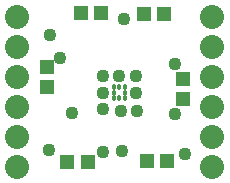
<source format=gts>
G75*
%MOIN*%
%OFA0B0*%
%FSLAX24Y24*%
%IPPOS*%
%LPD*%
%AMOC8*
5,1,8,0,0,1.08239X$1,22.5*
%
%ADD10C,0.0180*%
%ADD11R,0.0493X0.0454*%
%ADD12R,0.0454X0.0493*%
%ADD13C,0.0800*%
%ADD14C,0.0436*%
D10*
X004701Y003272D03*
X004701Y003469D03*
X004701Y003666D03*
X004898Y003666D03*
X005095Y003666D03*
X005095Y003469D03*
X005095Y003272D03*
X004898Y003272D03*
D11*
X005807Y001196D03*
X006476Y001196D03*
X003835Y001154D03*
X003165Y001154D03*
X003614Y006110D03*
X004283Y006110D03*
X005705Y006076D03*
X006374Y006076D03*
D12*
X007005Y003925D03*
X007005Y003256D03*
X002473Y003650D03*
X002473Y004319D03*
D13*
X001500Y001000D03*
X001500Y002000D03*
X001500Y003000D03*
X001500Y004000D03*
X001500Y005000D03*
X001500Y006000D03*
X008000Y006000D03*
X008000Y005000D03*
X008000Y004000D03*
X008000Y003000D03*
X008000Y002000D03*
X008000Y001000D03*
D14*
X007083Y001406D03*
X006754Y002750D03*
X005498Y002869D03*
X004958Y002869D03*
X004358Y002908D03*
X004337Y003469D03*
X004337Y004029D03*
X004898Y004029D03*
X005458Y004029D03*
X005458Y003469D03*
X006746Y004415D03*
X005051Y005929D03*
X002911Y004623D03*
X002571Y005390D03*
X003323Y002774D03*
X002567Y001563D03*
X004354Y001498D03*
X004982Y001512D03*
M02*

</source>
